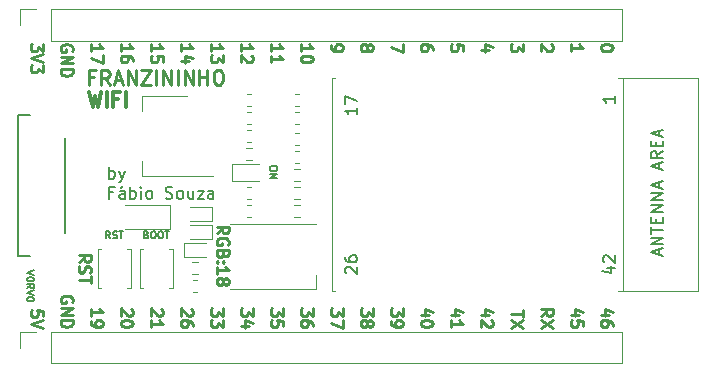
<source format=gto>
G04 #@! TF.GenerationSoftware,KiCad,Pcbnew,5.1.8-db9833491~87~ubuntu18.04.1*
G04 #@! TF.CreationDate,2020-11-18T16:13:40-03:00*
G04 #@! TF.ProjectId,Franzininho WIFI,4672616e-7a69-46e6-996e-686f20574946,rev?*
G04 #@! TF.SameCoordinates,Original*
G04 #@! TF.FileFunction,Legend,Top*
G04 #@! TF.FilePolarity,Positive*
%FSLAX46Y46*%
G04 Gerber Fmt 4.6, Leading zero omitted, Abs format (unit mm)*
G04 Created by KiCad (PCBNEW 5.1.8-db9833491~87~ubuntu18.04.1) date 2020-11-18 16:13:40*
%MOMM*%
%LPD*%
G01*
G04 APERTURE LIST*
%ADD10C,0.150000*%
%ADD11C,0.250000*%
%ADD12C,0.200000*%
%ADD13C,0.300000*%
%ADD14C,0.120000*%
%ADD15C,0.203200*%
G04 APERTURE END LIST*
D10*
X124280571Y-112209428D02*
X123680571Y-112409428D01*
X124280571Y-112609428D01*
X124280571Y-112923714D02*
X124280571Y-112980857D01*
X124252000Y-113038000D01*
X124223428Y-113066571D01*
X124166285Y-113095142D01*
X124052000Y-113123714D01*
X123909142Y-113123714D01*
X123794857Y-113095142D01*
X123737714Y-113066571D01*
X123709142Y-113038000D01*
X123680571Y-112980857D01*
X123680571Y-112923714D01*
X123709142Y-112866571D01*
X123737714Y-112838000D01*
X123794857Y-112809428D01*
X123909142Y-112780857D01*
X124052000Y-112780857D01*
X124166285Y-112809428D01*
X124223428Y-112838000D01*
X124252000Y-112866571D01*
X124280571Y-112923714D01*
X123680571Y-113723714D02*
X123966285Y-113523714D01*
X123680571Y-113380857D02*
X124280571Y-113380857D01*
X124280571Y-113609428D01*
X124252000Y-113666571D01*
X124223428Y-113695142D01*
X124166285Y-113723714D01*
X124080571Y-113723714D01*
X124023428Y-113695142D01*
X123994857Y-113666571D01*
X123966285Y-113609428D01*
X123966285Y-113380857D01*
X124280571Y-113895142D02*
X123680571Y-114095142D01*
X124280571Y-114295142D01*
X124280571Y-114609428D02*
X124280571Y-114666571D01*
X124252000Y-114723714D01*
X124223428Y-114752285D01*
X124166285Y-114780857D01*
X124052000Y-114809428D01*
X123909142Y-114809428D01*
X123794857Y-114780857D01*
X123737714Y-114752285D01*
X123709142Y-114723714D01*
X123680571Y-114666571D01*
X123680571Y-114609428D01*
X123709142Y-114552285D01*
X123737714Y-114523714D01*
X123794857Y-114495142D01*
X123909142Y-114466571D01*
X124052000Y-114466571D01*
X124166285Y-114495142D01*
X124223428Y-114523714D01*
X124252000Y-114552285D01*
X124280571Y-114609428D01*
X144854571Y-103514571D02*
X144854571Y-103628857D01*
X144826000Y-103686000D01*
X144768857Y-103743142D01*
X144654571Y-103771714D01*
X144454571Y-103771714D01*
X144340285Y-103743142D01*
X144283142Y-103686000D01*
X144254571Y-103628857D01*
X144254571Y-103514571D01*
X144283142Y-103457428D01*
X144340285Y-103400285D01*
X144454571Y-103371714D01*
X144654571Y-103371714D01*
X144768857Y-103400285D01*
X144826000Y-103457428D01*
X144854571Y-103514571D01*
X144254571Y-104028857D02*
X144854571Y-104028857D01*
X144254571Y-104371714D01*
X144854571Y-104371714D01*
X130735428Y-109491428D02*
X130535428Y-109205714D01*
X130392571Y-109491428D02*
X130392571Y-108891428D01*
X130621142Y-108891428D01*
X130678285Y-108920000D01*
X130706857Y-108948571D01*
X130735428Y-109005714D01*
X130735428Y-109091428D01*
X130706857Y-109148571D01*
X130678285Y-109177142D01*
X130621142Y-109205714D01*
X130392571Y-109205714D01*
X130964000Y-109462857D02*
X131049714Y-109491428D01*
X131192571Y-109491428D01*
X131249714Y-109462857D01*
X131278285Y-109434285D01*
X131306857Y-109377142D01*
X131306857Y-109320000D01*
X131278285Y-109262857D01*
X131249714Y-109234285D01*
X131192571Y-109205714D01*
X131078285Y-109177142D01*
X131021142Y-109148571D01*
X130992571Y-109120000D01*
X130964000Y-109062857D01*
X130964000Y-109005714D01*
X130992571Y-108948571D01*
X131021142Y-108920000D01*
X131078285Y-108891428D01*
X131221142Y-108891428D01*
X131306857Y-108920000D01*
X131478285Y-108891428D02*
X131821142Y-108891428D01*
X131649714Y-109491428D02*
X131649714Y-108891428D01*
X133805714Y-109177142D02*
X133891428Y-109205714D01*
X133920000Y-109234285D01*
X133948571Y-109291428D01*
X133948571Y-109377142D01*
X133920000Y-109434285D01*
X133891428Y-109462857D01*
X133834285Y-109491428D01*
X133605714Y-109491428D01*
X133605714Y-108891428D01*
X133805714Y-108891428D01*
X133862857Y-108920000D01*
X133891428Y-108948571D01*
X133920000Y-109005714D01*
X133920000Y-109062857D01*
X133891428Y-109120000D01*
X133862857Y-109148571D01*
X133805714Y-109177142D01*
X133605714Y-109177142D01*
X134320000Y-108891428D02*
X134434285Y-108891428D01*
X134491428Y-108920000D01*
X134548571Y-108977142D01*
X134577142Y-109091428D01*
X134577142Y-109291428D01*
X134548571Y-109405714D01*
X134491428Y-109462857D01*
X134434285Y-109491428D01*
X134320000Y-109491428D01*
X134262857Y-109462857D01*
X134205714Y-109405714D01*
X134177142Y-109291428D01*
X134177142Y-109091428D01*
X134205714Y-108977142D01*
X134262857Y-108920000D01*
X134320000Y-108891428D01*
X134948571Y-108891428D02*
X135062857Y-108891428D01*
X135120000Y-108920000D01*
X135177142Y-108977142D01*
X135205714Y-109091428D01*
X135205714Y-109291428D01*
X135177142Y-109405714D01*
X135120000Y-109462857D01*
X135062857Y-109491428D01*
X134948571Y-109491428D01*
X134891428Y-109462857D01*
X134834285Y-109405714D01*
X134805714Y-109291428D01*
X134805714Y-109091428D01*
X134834285Y-108977142D01*
X134891428Y-108920000D01*
X134948571Y-108891428D01*
X135377142Y-108891428D02*
X135720000Y-108891428D01*
X135548571Y-109491428D02*
X135548571Y-108891428D01*
D11*
X128071619Y-111470738D02*
X128547809Y-111137404D01*
X128071619Y-110899309D02*
X129071619Y-110899309D01*
X129071619Y-111280261D01*
X129024000Y-111375500D01*
X128976380Y-111423119D01*
X128881142Y-111470738D01*
X128738285Y-111470738D01*
X128643047Y-111423119D01*
X128595428Y-111375500D01*
X128547809Y-111280261D01*
X128547809Y-110899309D01*
X128119238Y-111851690D02*
X128071619Y-111994547D01*
X128071619Y-112232642D01*
X128119238Y-112327880D01*
X128166857Y-112375500D01*
X128262095Y-112423119D01*
X128357333Y-112423119D01*
X128452571Y-112375500D01*
X128500190Y-112327880D01*
X128547809Y-112232642D01*
X128595428Y-112042166D01*
X128643047Y-111946928D01*
X128690666Y-111899309D01*
X128785904Y-111851690D01*
X128881142Y-111851690D01*
X128976380Y-111899309D01*
X129024000Y-111946928D01*
X129071619Y-112042166D01*
X129071619Y-112280261D01*
X129024000Y-112423119D01*
X129071619Y-112708833D02*
X129071619Y-113280261D01*
X128071619Y-112994547D02*
X129071619Y-112994547D01*
X139755619Y-109058071D02*
X140231809Y-108724738D01*
X139755619Y-108486642D02*
X140755619Y-108486642D01*
X140755619Y-108867595D01*
X140708000Y-108962833D01*
X140660380Y-109010452D01*
X140565142Y-109058071D01*
X140422285Y-109058071D01*
X140327047Y-109010452D01*
X140279428Y-108962833D01*
X140231809Y-108867595D01*
X140231809Y-108486642D01*
X140708000Y-110010452D02*
X140755619Y-109915214D01*
X140755619Y-109772357D01*
X140708000Y-109629500D01*
X140612761Y-109534261D01*
X140517523Y-109486642D01*
X140327047Y-109439023D01*
X140184190Y-109439023D01*
X139993714Y-109486642D01*
X139898476Y-109534261D01*
X139803238Y-109629500D01*
X139755619Y-109772357D01*
X139755619Y-109867595D01*
X139803238Y-110010452D01*
X139850857Y-110058071D01*
X140184190Y-110058071D01*
X140184190Y-109867595D01*
X140279428Y-110819976D02*
X140231809Y-110962833D01*
X140184190Y-111010452D01*
X140088952Y-111058071D01*
X139946095Y-111058071D01*
X139850857Y-111010452D01*
X139803238Y-110962833D01*
X139755619Y-110867595D01*
X139755619Y-110486642D01*
X140755619Y-110486642D01*
X140755619Y-110819976D01*
X140708000Y-110915214D01*
X140660380Y-110962833D01*
X140565142Y-111010452D01*
X140469904Y-111010452D01*
X140374666Y-110962833D01*
X140327047Y-110915214D01*
X140279428Y-110819976D01*
X140279428Y-110486642D01*
X139850857Y-111486642D02*
X139803238Y-111534261D01*
X139755619Y-111486642D01*
X139803238Y-111439023D01*
X139850857Y-111486642D01*
X139755619Y-111486642D01*
X140374666Y-111486642D02*
X140327047Y-111534261D01*
X140279428Y-111486642D01*
X140327047Y-111439023D01*
X140374666Y-111486642D01*
X140279428Y-111486642D01*
X139755619Y-112486642D02*
X139755619Y-111915214D01*
X139755619Y-112200928D02*
X140755619Y-112200928D01*
X140612761Y-112105690D01*
X140517523Y-112010452D01*
X140469904Y-111915214D01*
X140327047Y-113058071D02*
X140374666Y-112962833D01*
X140422285Y-112915214D01*
X140517523Y-112867595D01*
X140565142Y-112867595D01*
X140660380Y-112915214D01*
X140708000Y-112962833D01*
X140755619Y-113058071D01*
X140755619Y-113248547D01*
X140708000Y-113343785D01*
X140660380Y-113391404D01*
X140565142Y-113439023D01*
X140517523Y-113439023D01*
X140422285Y-113391404D01*
X140374666Y-113343785D01*
X140327047Y-113248547D01*
X140327047Y-113058071D01*
X140279428Y-112962833D01*
X140231809Y-112915214D01*
X140136571Y-112867595D01*
X139946095Y-112867595D01*
X139850857Y-112915214D01*
X139803238Y-112962833D01*
X139755619Y-113058071D01*
X139755619Y-113248547D01*
X139803238Y-113343785D01*
X139850857Y-113391404D01*
X139946095Y-113439023D01*
X140136571Y-113439023D01*
X140231809Y-113391404D01*
X140279428Y-113343785D01*
X140327047Y-113248547D01*
X125007619Y-116090261D02*
X125007619Y-115614071D01*
X124531428Y-115566452D01*
X124579047Y-115614071D01*
X124626666Y-115709309D01*
X124626666Y-115947404D01*
X124579047Y-116042642D01*
X124531428Y-116090261D01*
X124436190Y-116137880D01*
X124198095Y-116137880D01*
X124102857Y-116090261D01*
X124055238Y-116042642D01*
X124007619Y-115947404D01*
X124007619Y-115709309D01*
X124055238Y-115614071D01*
X124102857Y-115566452D01*
X125007619Y-116423595D02*
X124007619Y-116756928D01*
X125007619Y-117090261D01*
X127500000Y-114899785D02*
X127547619Y-114804547D01*
X127547619Y-114661690D01*
X127500000Y-114518833D01*
X127404761Y-114423595D01*
X127309523Y-114375976D01*
X127119047Y-114328357D01*
X126976190Y-114328357D01*
X126785714Y-114375976D01*
X126690476Y-114423595D01*
X126595238Y-114518833D01*
X126547619Y-114661690D01*
X126547619Y-114756928D01*
X126595238Y-114899785D01*
X126642857Y-114947404D01*
X126976190Y-114947404D01*
X126976190Y-114756928D01*
X126547619Y-115375976D02*
X127547619Y-115375976D01*
X126547619Y-115947404D01*
X127547619Y-115947404D01*
X126547619Y-116423595D02*
X127547619Y-116423595D01*
X127547619Y-116661690D01*
X127500000Y-116804547D01*
X127404761Y-116899785D01*
X127309523Y-116947404D01*
X127119047Y-116995023D01*
X126976190Y-116995023D01*
X126785714Y-116947404D01*
X126690476Y-116899785D01*
X126595238Y-116804547D01*
X126547619Y-116661690D01*
X126547619Y-116423595D01*
X132532380Y-115471214D02*
X132580000Y-115518833D01*
X132627619Y-115614071D01*
X132627619Y-115852166D01*
X132580000Y-115947404D01*
X132532380Y-115995023D01*
X132437142Y-116042642D01*
X132341904Y-116042642D01*
X132199047Y-115995023D01*
X131627619Y-115423595D01*
X131627619Y-116042642D01*
X132627619Y-116661690D02*
X132627619Y-116756928D01*
X132580000Y-116852166D01*
X132532380Y-116899785D01*
X132437142Y-116947404D01*
X132246666Y-116995023D01*
X132008571Y-116995023D01*
X131818095Y-116947404D01*
X131722857Y-116899785D01*
X131675238Y-116852166D01*
X131627619Y-116756928D01*
X131627619Y-116661690D01*
X131675238Y-116566452D01*
X131722857Y-116518833D01*
X131818095Y-116471214D01*
X132008571Y-116423595D01*
X132246666Y-116423595D01*
X132437142Y-116471214D01*
X132532380Y-116518833D01*
X132580000Y-116566452D01*
X132627619Y-116661690D01*
X129087619Y-116042642D02*
X129087619Y-115471214D01*
X129087619Y-115756928D02*
X130087619Y-115756928D01*
X129944761Y-115661690D01*
X129849523Y-115566452D01*
X129801904Y-115471214D01*
X129087619Y-116518833D02*
X129087619Y-116709309D01*
X129135238Y-116804547D01*
X129182857Y-116852166D01*
X129325714Y-116947404D01*
X129516190Y-116995023D01*
X129897142Y-116995023D01*
X129992380Y-116947404D01*
X130040000Y-116899785D01*
X130087619Y-116804547D01*
X130087619Y-116614071D01*
X130040000Y-116518833D01*
X129992380Y-116471214D01*
X129897142Y-116423595D01*
X129659047Y-116423595D01*
X129563809Y-116471214D01*
X129516190Y-116518833D01*
X129468571Y-116614071D01*
X129468571Y-116804547D01*
X129516190Y-116899785D01*
X129563809Y-116947404D01*
X129659047Y-116995023D01*
X135072380Y-115471214D02*
X135120000Y-115518833D01*
X135167619Y-115614071D01*
X135167619Y-115852166D01*
X135120000Y-115947404D01*
X135072380Y-115995023D01*
X134977142Y-116042642D01*
X134881904Y-116042642D01*
X134739047Y-115995023D01*
X134167619Y-115423595D01*
X134167619Y-116042642D01*
X134167619Y-116995023D02*
X134167619Y-116423595D01*
X134167619Y-116709309D02*
X135167619Y-116709309D01*
X135024761Y-116614071D01*
X134929523Y-116518833D01*
X134881904Y-116423595D01*
X137612380Y-115471214D02*
X137660000Y-115518833D01*
X137707619Y-115614071D01*
X137707619Y-115852166D01*
X137660000Y-115947404D01*
X137612380Y-115995023D01*
X137517142Y-116042642D01*
X137421904Y-116042642D01*
X137279047Y-115995023D01*
X136707619Y-115423595D01*
X136707619Y-116042642D01*
X137707619Y-116899785D02*
X137707619Y-116709309D01*
X137660000Y-116614071D01*
X137612380Y-116566452D01*
X137469523Y-116471214D01*
X137279047Y-116423595D01*
X136898095Y-116423595D01*
X136802857Y-116471214D01*
X136755238Y-116518833D01*
X136707619Y-116614071D01*
X136707619Y-116804547D01*
X136755238Y-116899785D01*
X136802857Y-116947404D01*
X136898095Y-116995023D01*
X137136190Y-116995023D01*
X137231428Y-116947404D01*
X137279047Y-116899785D01*
X137326666Y-116804547D01*
X137326666Y-116614071D01*
X137279047Y-116518833D01*
X137231428Y-116471214D01*
X137136190Y-116423595D01*
X140247619Y-115423595D02*
X140247619Y-116042642D01*
X139866666Y-115709309D01*
X139866666Y-115852166D01*
X139819047Y-115947404D01*
X139771428Y-115995023D01*
X139676190Y-116042642D01*
X139438095Y-116042642D01*
X139342857Y-115995023D01*
X139295238Y-115947404D01*
X139247619Y-115852166D01*
X139247619Y-115566452D01*
X139295238Y-115471214D01*
X139342857Y-115423595D01*
X140247619Y-116375976D02*
X140247619Y-116995023D01*
X139866666Y-116661690D01*
X139866666Y-116804547D01*
X139819047Y-116899785D01*
X139771428Y-116947404D01*
X139676190Y-116995023D01*
X139438095Y-116995023D01*
X139342857Y-116947404D01*
X139295238Y-116899785D01*
X139247619Y-116804547D01*
X139247619Y-116518833D01*
X139295238Y-116423595D01*
X139342857Y-116375976D01*
X142787619Y-115423595D02*
X142787619Y-116042642D01*
X142406666Y-115709309D01*
X142406666Y-115852166D01*
X142359047Y-115947404D01*
X142311428Y-115995023D01*
X142216190Y-116042642D01*
X141978095Y-116042642D01*
X141882857Y-115995023D01*
X141835238Y-115947404D01*
X141787619Y-115852166D01*
X141787619Y-115566452D01*
X141835238Y-115471214D01*
X141882857Y-115423595D01*
X142454285Y-116899785D02*
X141787619Y-116899785D01*
X142835238Y-116661690D02*
X142120952Y-116423595D01*
X142120952Y-117042642D01*
X145327619Y-115423595D02*
X145327619Y-116042642D01*
X144946666Y-115709309D01*
X144946666Y-115852166D01*
X144899047Y-115947404D01*
X144851428Y-115995023D01*
X144756190Y-116042642D01*
X144518095Y-116042642D01*
X144422857Y-115995023D01*
X144375238Y-115947404D01*
X144327619Y-115852166D01*
X144327619Y-115566452D01*
X144375238Y-115471214D01*
X144422857Y-115423595D01*
X145327619Y-116947404D02*
X145327619Y-116471214D01*
X144851428Y-116423595D01*
X144899047Y-116471214D01*
X144946666Y-116566452D01*
X144946666Y-116804547D01*
X144899047Y-116899785D01*
X144851428Y-116947404D01*
X144756190Y-116995023D01*
X144518095Y-116995023D01*
X144422857Y-116947404D01*
X144375238Y-116899785D01*
X144327619Y-116804547D01*
X144327619Y-116566452D01*
X144375238Y-116471214D01*
X144422857Y-116423595D01*
X147867619Y-115423595D02*
X147867619Y-116042642D01*
X147486666Y-115709309D01*
X147486666Y-115852166D01*
X147439047Y-115947404D01*
X147391428Y-115995023D01*
X147296190Y-116042642D01*
X147058095Y-116042642D01*
X146962857Y-115995023D01*
X146915238Y-115947404D01*
X146867619Y-115852166D01*
X146867619Y-115566452D01*
X146915238Y-115471214D01*
X146962857Y-115423595D01*
X147867619Y-116899785D02*
X147867619Y-116709309D01*
X147820000Y-116614071D01*
X147772380Y-116566452D01*
X147629523Y-116471214D01*
X147439047Y-116423595D01*
X147058095Y-116423595D01*
X146962857Y-116471214D01*
X146915238Y-116518833D01*
X146867619Y-116614071D01*
X146867619Y-116804547D01*
X146915238Y-116899785D01*
X146962857Y-116947404D01*
X147058095Y-116995023D01*
X147296190Y-116995023D01*
X147391428Y-116947404D01*
X147439047Y-116899785D01*
X147486666Y-116804547D01*
X147486666Y-116614071D01*
X147439047Y-116518833D01*
X147391428Y-116471214D01*
X147296190Y-116423595D01*
X150407619Y-115423595D02*
X150407619Y-116042642D01*
X150026666Y-115709309D01*
X150026666Y-115852166D01*
X149979047Y-115947404D01*
X149931428Y-115995023D01*
X149836190Y-116042642D01*
X149598095Y-116042642D01*
X149502857Y-115995023D01*
X149455238Y-115947404D01*
X149407619Y-115852166D01*
X149407619Y-115566452D01*
X149455238Y-115471214D01*
X149502857Y-115423595D01*
X150407619Y-116375976D02*
X150407619Y-117042642D01*
X149407619Y-116614071D01*
X152947619Y-115423595D02*
X152947619Y-116042642D01*
X152566666Y-115709309D01*
X152566666Y-115852166D01*
X152519047Y-115947404D01*
X152471428Y-115995023D01*
X152376190Y-116042642D01*
X152138095Y-116042642D01*
X152042857Y-115995023D01*
X151995238Y-115947404D01*
X151947619Y-115852166D01*
X151947619Y-115566452D01*
X151995238Y-115471214D01*
X152042857Y-115423595D01*
X152519047Y-116614071D02*
X152566666Y-116518833D01*
X152614285Y-116471214D01*
X152709523Y-116423595D01*
X152757142Y-116423595D01*
X152852380Y-116471214D01*
X152900000Y-116518833D01*
X152947619Y-116614071D01*
X152947619Y-116804547D01*
X152900000Y-116899785D01*
X152852380Y-116947404D01*
X152757142Y-116995023D01*
X152709523Y-116995023D01*
X152614285Y-116947404D01*
X152566666Y-116899785D01*
X152519047Y-116804547D01*
X152519047Y-116614071D01*
X152471428Y-116518833D01*
X152423809Y-116471214D01*
X152328571Y-116423595D01*
X152138095Y-116423595D01*
X152042857Y-116471214D01*
X151995238Y-116518833D01*
X151947619Y-116614071D01*
X151947619Y-116804547D01*
X151995238Y-116899785D01*
X152042857Y-116947404D01*
X152138095Y-116995023D01*
X152328571Y-116995023D01*
X152423809Y-116947404D01*
X152471428Y-116899785D01*
X152519047Y-116804547D01*
X155487619Y-115423595D02*
X155487619Y-116042642D01*
X155106666Y-115709309D01*
X155106666Y-115852166D01*
X155059047Y-115947404D01*
X155011428Y-115995023D01*
X154916190Y-116042642D01*
X154678095Y-116042642D01*
X154582857Y-115995023D01*
X154535238Y-115947404D01*
X154487619Y-115852166D01*
X154487619Y-115566452D01*
X154535238Y-115471214D01*
X154582857Y-115423595D01*
X154487619Y-116518833D02*
X154487619Y-116709309D01*
X154535238Y-116804547D01*
X154582857Y-116852166D01*
X154725714Y-116947404D01*
X154916190Y-116995023D01*
X155297142Y-116995023D01*
X155392380Y-116947404D01*
X155440000Y-116899785D01*
X155487619Y-116804547D01*
X155487619Y-116614071D01*
X155440000Y-116518833D01*
X155392380Y-116471214D01*
X155297142Y-116423595D01*
X155059047Y-116423595D01*
X154963809Y-116471214D01*
X154916190Y-116518833D01*
X154868571Y-116614071D01*
X154868571Y-116804547D01*
X154916190Y-116899785D01*
X154963809Y-116947404D01*
X155059047Y-116995023D01*
X157694285Y-115947404D02*
X157027619Y-115947404D01*
X158075238Y-115709309D02*
X157360952Y-115471214D01*
X157360952Y-116090261D01*
X158027619Y-116661690D02*
X158027619Y-116756928D01*
X157980000Y-116852166D01*
X157932380Y-116899785D01*
X157837142Y-116947404D01*
X157646666Y-116995023D01*
X157408571Y-116995023D01*
X157218095Y-116947404D01*
X157122857Y-116899785D01*
X157075238Y-116852166D01*
X157027619Y-116756928D01*
X157027619Y-116661690D01*
X157075238Y-116566452D01*
X157122857Y-116518833D01*
X157218095Y-116471214D01*
X157408571Y-116423595D01*
X157646666Y-116423595D01*
X157837142Y-116471214D01*
X157932380Y-116518833D01*
X157980000Y-116566452D01*
X158027619Y-116661690D01*
X160234285Y-115947404D02*
X159567619Y-115947404D01*
X160615238Y-115709309D02*
X159900952Y-115471214D01*
X159900952Y-116090261D01*
X159567619Y-116995023D02*
X159567619Y-116423595D01*
X159567619Y-116709309D02*
X160567619Y-116709309D01*
X160424761Y-116614071D01*
X160329523Y-116518833D01*
X160281904Y-116423595D01*
X162774285Y-115947404D02*
X162107619Y-115947404D01*
X163155238Y-115709309D02*
X162440952Y-115471214D01*
X162440952Y-116090261D01*
X163012380Y-116423595D02*
X163060000Y-116471214D01*
X163107619Y-116566452D01*
X163107619Y-116804547D01*
X163060000Y-116899785D01*
X163012380Y-116947404D01*
X162917142Y-116995023D01*
X162821904Y-116995023D01*
X162679047Y-116947404D01*
X162107619Y-116375976D01*
X162107619Y-116995023D01*
X165647619Y-115566452D02*
X165647619Y-116137880D01*
X164647619Y-115852166D02*
X165647619Y-115852166D01*
X165647619Y-116375976D02*
X164647619Y-117042642D01*
X165647619Y-117042642D02*
X164647619Y-116375976D01*
X167187619Y-116042642D02*
X167663809Y-115709309D01*
X167187619Y-115471214D02*
X168187619Y-115471214D01*
X168187619Y-115852166D01*
X168140000Y-115947404D01*
X168092380Y-115995023D01*
X167997142Y-116042642D01*
X167854285Y-116042642D01*
X167759047Y-115995023D01*
X167711428Y-115947404D01*
X167663809Y-115852166D01*
X167663809Y-115471214D01*
X168187619Y-116375976D02*
X167187619Y-117042642D01*
X168187619Y-117042642D02*
X167187619Y-116375976D01*
X170394285Y-115947404D02*
X169727619Y-115947404D01*
X170775238Y-115709309D02*
X170060952Y-115471214D01*
X170060952Y-116090261D01*
X170727619Y-116947404D02*
X170727619Y-116471214D01*
X170251428Y-116423595D01*
X170299047Y-116471214D01*
X170346666Y-116566452D01*
X170346666Y-116804547D01*
X170299047Y-116899785D01*
X170251428Y-116947404D01*
X170156190Y-116995023D01*
X169918095Y-116995023D01*
X169822857Y-116947404D01*
X169775238Y-116899785D01*
X169727619Y-116804547D01*
X169727619Y-116566452D01*
X169775238Y-116471214D01*
X169822857Y-116423595D01*
X172934285Y-115947404D02*
X172267619Y-115947404D01*
X173315238Y-115709309D02*
X172600952Y-115471214D01*
X172600952Y-116090261D01*
X173267619Y-116899785D02*
X173267619Y-116709309D01*
X173220000Y-116614071D01*
X173172380Y-116566452D01*
X173029523Y-116471214D01*
X172839047Y-116423595D01*
X172458095Y-116423595D01*
X172362857Y-116471214D01*
X172315238Y-116518833D01*
X172267619Y-116614071D01*
X172267619Y-116804547D01*
X172315238Y-116899785D01*
X172362857Y-116947404D01*
X172458095Y-116995023D01*
X172696190Y-116995023D01*
X172791428Y-116947404D01*
X172839047Y-116899785D01*
X172886666Y-116804547D01*
X172886666Y-116614071D01*
X172839047Y-116518833D01*
X172791428Y-116471214D01*
X172696190Y-116423595D01*
X125007619Y-93015357D02*
X125007619Y-93634404D01*
X124626666Y-93301071D01*
X124626666Y-93443928D01*
X124579047Y-93539166D01*
X124531428Y-93586785D01*
X124436190Y-93634404D01*
X124198095Y-93634404D01*
X124102857Y-93586785D01*
X124055238Y-93539166D01*
X124007619Y-93443928D01*
X124007619Y-93158214D01*
X124055238Y-93062976D01*
X124102857Y-93015357D01*
X125007619Y-93920119D02*
X124007619Y-94253452D01*
X125007619Y-94586785D01*
X125007619Y-94824880D02*
X125007619Y-95443928D01*
X124626666Y-95110595D01*
X124626666Y-95253452D01*
X124579047Y-95348690D01*
X124531428Y-95396309D01*
X124436190Y-95443928D01*
X124198095Y-95443928D01*
X124102857Y-95396309D01*
X124055238Y-95348690D01*
X124007619Y-95253452D01*
X124007619Y-94967738D01*
X124055238Y-94872500D01*
X124102857Y-94824880D01*
X127500000Y-93634404D02*
X127547619Y-93539166D01*
X127547619Y-93396309D01*
X127500000Y-93253452D01*
X127404761Y-93158214D01*
X127309523Y-93110595D01*
X127119047Y-93062976D01*
X126976190Y-93062976D01*
X126785714Y-93110595D01*
X126690476Y-93158214D01*
X126595238Y-93253452D01*
X126547619Y-93396309D01*
X126547619Y-93491547D01*
X126595238Y-93634404D01*
X126642857Y-93682023D01*
X126976190Y-93682023D01*
X126976190Y-93491547D01*
X126547619Y-94110595D02*
X127547619Y-94110595D01*
X126547619Y-94682023D01*
X127547619Y-94682023D01*
X126547619Y-95158214D02*
X127547619Y-95158214D01*
X127547619Y-95396309D01*
X127500000Y-95539166D01*
X127404761Y-95634404D01*
X127309523Y-95682023D01*
X127119047Y-95729642D01*
X126976190Y-95729642D01*
X126785714Y-95682023D01*
X126690476Y-95634404D01*
X126595238Y-95539166D01*
X126547619Y-95396309D01*
X126547619Y-95158214D01*
X129087619Y-93634404D02*
X129087619Y-93062976D01*
X129087619Y-93348690D02*
X130087619Y-93348690D01*
X129944761Y-93253452D01*
X129849523Y-93158214D01*
X129801904Y-93062976D01*
X130087619Y-93967738D02*
X130087619Y-94634404D01*
X129087619Y-94205833D01*
X131627619Y-93634404D02*
X131627619Y-93062976D01*
X131627619Y-93348690D02*
X132627619Y-93348690D01*
X132484761Y-93253452D01*
X132389523Y-93158214D01*
X132341904Y-93062976D01*
X132627619Y-94491547D02*
X132627619Y-94301071D01*
X132580000Y-94205833D01*
X132532380Y-94158214D01*
X132389523Y-94062976D01*
X132199047Y-94015357D01*
X131818095Y-94015357D01*
X131722857Y-94062976D01*
X131675238Y-94110595D01*
X131627619Y-94205833D01*
X131627619Y-94396309D01*
X131675238Y-94491547D01*
X131722857Y-94539166D01*
X131818095Y-94586785D01*
X132056190Y-94586785D01*
X132151428Y-94539166D01*
X132199047Y-94491547D01*
X132246666Y-94396309D01*
X132246666Y-94205833D01*
X132199047Y-94110595D01*
X132151428Y-94062976D01*
X132056190Y-94015357D01*
X134167619Y-93634404D02*
X134167619Y-93062976D01*
X134167619Y-93348690D02*
X135167619Y-93348690D01*
X135024761Y-93253452D01*
X134929523Y-93158214D01*
X134881904Y-93062976D01*
X135167619Y-94539166D02*
X135167619Y-94062976D01*
X134691428Y-94015357D01*
X134739047Y-94062976D01*
X134786666Y-94158214D01*
X134786666Y-94396309D01*
X134739047Y-94491547D01*
X134691428Y-94539166D01*
X134596190Y-94586785D01*
X134358095Y-94586785D01*
X134262857Y-94539166D01*
X134215238Y-94491547D01*
X134167619Y-94396309D01*
X134167619Y-94158214D01*
X134215238Y-94062976D01*
X134262857Y-94015357D01*
X136707619Y-93634404D02*
X136707619Y-93062976D01*
X136707619Y-93348690D02*
X137707619Y-93348690D01*
X137564761Y-93253452D01*
X137469523Y-93158214D01*
X137421904Y-93062976D01*
X137374285Y-94491547D02*
X136707619Y-94491547D01*
X137755238Y-94253452D02*
X137040952Y-94015357D01*
X137040952Y-94634404D01*
X139247619Y-93634404D02*
X139247619Y-93062976D01*
X139247619Y-93348690D02*
X140247619Y-93348690D01*
X140104761Y-93253452D01*
X140009523Y-93158214D01*
X139961904Y-93062976D01*
X140247619Y-93967738D02*
X140247619Y-94586785D01*
X139866666Y-94253452D01*
X139866666Y-94396309D01*
X139819047Y-94491547D01*
X139771428Y-94539166D01*
X139676190Y-94586785D01*
X139438095Y-94586785D01*
X139342857Y-94539166D01*
X139295238Y-94491547D01*
X139247619Y-94396309D01*
X139247619Y-94110595D01*
X139295238Y-94015357D01*
X139342857Y-93967738D01*
X141787619Y-93634404D02*
X141787619Y-93062976D01*
X141787619Y-93348690D02*
X142787619Y-93348690D01*
X142644761Y-93253452D01*
X142549523Y-93158214D01*
X142501904Y-93062976D01*
X142692380Y-94015357D02*
X142740000Y-94062976D01*
X142787619Y-94158214D01*
X142787619Y-94396309D01*
X142740000Y-94491547D01*
X142692380Y-94539166D01*
X142597142Y-94586785D01*
X142501904Y-94586785D01*
X142359047Y-94539166D01*
X141787619Y-93967738D01*
X141787619Y-94586785D01*
X144327619Y-93634404D02*
X144327619Y-93062976D01*
X144327619Y-93348690D02*
X145327619Y-93348690D01*
X145184761Y-93253452D01*
X145089523Y-93158214D01*
X145041904Y-93062976D01*
X144327619Y-94586785D02*
X144327619Y-94015357D01*
X144327619Y-94301071D02*
X145327619Y-94301071D01*
X145184761Y-94205833D01*
X145089523Y-94110595D01*
X145041904Y-94015357D01*
X146867619Y-93634404D02*
X146867619Y-93062976D01*
X146867619Y-93348690D02*
X147867619Y-93348690D01*
X147724761Y-93253452D01*
X147629523Y-93158214D01*
X147581904Y-93062976D01*
X147867619Y-94253452D02*
X147867619Y-94348690D01*
X147820000Y-94443928D01*
X147772380Y-94491547D01*
X147677142Y-94539166D01*
X147486666Y-94586785D01*
X147248571Y-94586785D01*
X147058095Y-94539166D01*
X146962857Y-94491547D01*
X146915238Y-94443928D01*
X146867619Y-94348690D01*
X146867619Y-94253452D01*
X146915238Y-94158214D01*
X146962857Y-94110595D01*
X147058095Y-94062976D01*
X147248571Y-94015357D01*
X147486666Y-94015357D01*
X147677142Y-94062976D01*
X147772380Y-94110595D01*
X147820000Y-94158214D01*
X147867619Y-94253452D01*
X149407619Y-93158214D02*
X149407619Y-93348690D01*
X149455238Y-93443928D01*
X149502857Y-93491547D01*
X149645714Y-93586785D01*
X149836190Y-93634404D01*
X150217142Y-93634404D01*
X150312380Y-93586785D01*
X150360000Y-93539166D01*
X150407619Y-93443928D01*
X150407619Y-93253452D01*
X150360000Y-93158214D01*
X150312380Y-93110595D01*
X150217142Y-93062976D01*
X149979047Y-93062976D01*
X149883809Y-93110595D01*
X149836190Y-93158214D01*
X149788571Y-93253452D01*
X149788571Y-93443928D01*
X149836190Y-93539166D01*
X149883809Y-93586785D01*
X149979047Y-93634404D01*
X152519047Y-93253452D02*
X152566666Y-93158214D01*
X152614285Y-93110595D01*
X152709523Y-93062976D01*
X152757142Y-93062976D01*
X152852380Y-93110595D01*
X152900000Y-93158214D01*
X152947619Y-93253452D01*
X152947619Y-93443928D01*
X152900000Y-93539166D01*
X152852380Y-93586785D01*
X152757142Y-93634404D01*
X152709523Y-93634404D01*
X152614285Y-93586785D01*
X152566666Y-93539166D01*
X152519047Y-93443928D01*
X152519047Y-93253452D01*
X152471428Y-93158214D01*
X152423809Y-93110595D01*
X152328571Y-93062976D01*
X152138095Y-93062976D01*
X152042857Y-93110595D01*
X151995238Y-93158214D01*
X151947619Y-93253452D01*
X151947619Y-93443928D01*
X151995238Y-93539166D01*
X152042857Y-93586785D01*
X152138095Y-93634404D01*
X152328571Y-93634404D01*
X152423809Y-93586785D01*
X152471428Y-93539166D01*
X152519047Y-93443928D01*
X155487619Y-93015357D02*
X155487619Y-93682023D01*
X154487619Y-93253452D01*
X158027619Y-93539166D02*
X158027619Y-93348690D01*
X157980000Y-93253452D01*
X157932380Y-93205833D01*
X157789523Y-93110595D01*
X157599047Y-93062976D01*
X157218095Y-93062976D01*
X157122857Y-93110595D01*
X157075238Y-93158214D01*
X157027619Y-93253452D01*
X157027619Y-93443928D01*
X157075238Y-93539166D01*
X157122857Y-93586785D01*
X157218095Y-93634404D01*
X157456190Y-93634404D01*
X157551428Y-93586785D01*
X157599047Y-93539166D01*
X157646666Y-93443928D01*
X157646666Y-93253452D01*
X157599047Y-93158214D01*
X157551428Y-93110595D01*
X157456190Y-93062976D01*
X160567619Y-93586785D02*
X160567619Y-93110595D01*
X160091428Y-93062976D01*
X160139047Y-93110595D01*
X160186666Y-93205833D01*
X160186666Y-93443928D01*
X160139047Y-93539166D01*
X160091428Y-93586785D01*
X159996190Y-93634404D01*
X159758095Y-93634404D01*
X159662857Y-93586785D01*
X159615238Y-93539166D01*
X159567619Y-93443928D01*
X159567619Y-93205833D01*
X159615238Y-93110595D01*
X159662857Y-93062976D01*
X162774285Y-93539166D02*
X162107619Y-93539166D01*
X163155238Y-93301071D02*
X162440952Y-93062976D01*
X162440952Y-93682023D01*
X165647619Y-93015357D02*
X165647619Y-93634404D01*
X165266666Y-93301071D01*
X165266666Y-93443928D01*
X165219047Y-93539166D01*
X165171428Y-93586785D01*
X165076190Y-93634404D01*
X164838095Y-93634404D01*
X164742857Y-93586785D01*
X164695238Y-93539166D01*
X164647619Y-93443928D01*
X164647619Y-93158214D01*
X164695238Y-93062976D01*
X164742857Y-93015357D01*
X168092380Y-93062976D02*
X168140000Y-93110595D01*
X168187619Y-93205833D01*
X168187619Y-93443928D01*
X168140000Y-93539166D01*
X168092380Y-93586785D01*
X167997142Y-93634404D01*
X167901904Y-93634404D01*
X167759047Y-93586785D01*
X167187619Y-93015357D01*
X167187619Y-93634404D01*
X169727619Y-93634404D02*
X169727619Y-93062976D01*
X169727619Y-93348690D02*
X170727619Y-93348690D01*
X170584761Y-93253452D01*
X170489523Y-93158214D01*
X170441904Y-93062976D01*
X173267619Y-93301071D02*
X173267619Y-93396309D01*
X173220000Y-93491547D01*
X173172380Y-93539166D01*
X173077142Y-93586785D01*
X172886666Y-93634404D01*
X172648571Y-93634404D01*
X172458095Y-93586785D01*
X172362857Y-93539166D01*
X172315238Y-93491547D01*
X172267619Y-93396309D01*
X172267619Y-93301071D01*
X172315238Y-93205833D01*
X172362857Y-93158214D01*
X172458095Y-93110595D01*
X172648571Y-93062976D01*
X172886666Y-93062976D01*
X173077142Y-93110595D01*
X173172380Y-93158214D01*
X173220000Y-93205833D01*
X173267619Y-93301071D01*
D12*
X130670095Y-104424380D02*
X130670095Y-103424380D01*
X130670095Y-103805333D02*
X130765333Y-103757714D01*
X130955809Y-103757714D01*
X131051047Y-103805333D01*
X131098666Y-103852952D01*
X131146285Y-103948190D01*
X131146285Y-104233904D01*
X131098666Y-104329142D01*
X131051047Y-104376761D01*
X130955809Y-104424380D01*
X130765333Y-104424380D01*
X130670095Y-104376761D01*
X131479619Y-103757714D02*
X131717714Y-104424380D01*
X131955809Y-103757714D02*
X131717714Y-104424380D01*
X131622476Y-104662476D01*
X131574857Y-104710095D01*
X131479619Y-104757714D01*
X131003428Y-105600571D02*
X130670095Y-105600571D01*
X130670095Y-106124380D02*
X130670095Y-105124380D01*
X131146285Y-105124380D01*
X131955809Y-106124380D02*
X131955809Y-105600571D01*
X131908190Y-105505333D01*
X131812952Y-105457714D01*
X131622476Y-105457714D01*
X131527238Y-105505333D01*
X131955809Y-106076761D02*
X131860571Y-106124380D01*
X131622476Y-106124380D01*
X131527238Y-106076761D01*
X131479619Y-105981523D01*
X131479619Y-105886285D01*
X131527238Y-105791047D01*
X131622476Y-105743428D01*
X131860571Y-105743428D01*
X131955809Y-105695809D01*
X131812952Y-105076761D02*
X131670095Y-105219619D01*
X132432000Y-106124380D02*
X132432000Y-105124380D01*
X132432000Y-105505333D02*
X132527238Y-105457714D01*
X132717714Y-105457714D01*
X132812952Y-105505333D01*
X132860571Y-105552952D01*
X132908190Y-105648190D01*
X132908190Y-105933904D01*
X132860571Y-106029142D01*
X132812952Y-106076761D01*
X132717714Y-106124380D01*
X132527238Y-106124380D01*
X132432000Y-106076761D01*
X133336761Y-106124380D02*
X133336761Y-105457714D01*
X133336761Y-105124380D02*
X133289142Y-105172000D01*
X133336761Y-105219619D01*
X133384380Y-105172000D01*
X133336761Y-105124380D01*
X133336761Y-105219619D01*
X133955809Y-106124380D02*
X133860571Y-106076761D01*
X133812952Y-106029142D01*
X133765333Y-105933904D01*
X133765333Y-105648190D01*
X133812952Y-105552952D01*
X133860571Y-105505333D01*
X133955809Y-105457714D01*
X134098666Y-105457714D01*
X134193904Y-105505333D01*
X134241523Y-105552952D01*
X134289142Y-105648190D01*
X134289142Y-105933904D01*
X134241523Y-106029142D01*
X134193904Y-106076761D01*
X134098666Y-106124380D01*
X133955809Y-106124380D01*
X135432000Y-106076761D02*
X135574857Y-106124380D01*
X135812952Y-106124380D01*
X135908190Y-106076761D01*
X135955809Y-106029142D01*
X136003428Y-105933904D01*
X136003428Y-105838666D01*
X135955809Y-105743428D01*
X135908190Y-105695809D01*
X135812952Y-105648190D01*
X135622476Y-105600571D01*
X135527238Y-105552952D01*
X135479619Y-105505333D01*
X135432000Y-105410095D01*
X135432000Y-105314857D01*
X135479619Y-105219619D01*
X135527238Y-105172000D01*
X135622476Y-105124380D01*
X135860571Y-105124380D01*
X136003428Y-105172000D01*
X136574857Y-106124380D02*
X136479619Y-106076761D01*
X136432000Y-106029142D01*
X136384380Y-105933904D01*
X136384380Y-105648190D01*
X136432000Y-105552952D01*
X136479619Y-105505333D01*
X136574857Y-105457714D01*
X136717714Y-105457714D01*
X136812952Y-105505333D01*
X136860571Y-105552952D01*
X136908190Y-105648190D01*
X136908190Y-105933904D01*
X136860571Y-106029142D01*
X136812952Y-106076761D01*
X136717714Y-106124380D01*
X136574857Y-106124380D01*
X137765333Y-105457714D02*
X137765333Y-106124380D01*
X137336761Y-105457714D02*
X137336761Y-105981523D01*
X137384380Y-106076761D01*
X137479619Y-106124380D01*
X137622476Y-106124380D01*
X137717714Y-106076761D01*
X137765333Y-106029142D01*
X138146285Y-105457714D02*
X138670095Y-105457714D01*
X138146285Y-106124380D01*
X138670095Y-106124380D01*
X139479619Y-106124380D02*
X139479619Y-105600571D01*
X139432000Y-105505333D01*
X139336761Y-105457714D01*
X139146285Y-105457714D01*
X139051047Y-105505333D01*
X139479619Y-106076761D02*
X139384380Y-106124380D01*
X139146285Y-106124380D01*
X139051047Y-106076761D01*
X139003428Y-105981523D01*
X139003428Y-105886285D01*
X139051047Y-105791047D01*
X139146285Y-105743428D01*
X139384380Y-105743428D01*
X139479619Y-105695809D01*
D13*
X128956000Y-97132857D02*
X129241714Y-98332857D01*
X129470285Y-97475714D01*
X129698857Y-98332857D01*
X129984571Y-97132857D01*
X130441714Y-98332857D02*
X130441714Y-97132857D01*
X131413142Y-97704285D02*
X131013142Y-97704285D01*
X131013142Y-98332857D02*
X131013142Y-97132857D01*
X131584571Y-97132857D01*
X132041714Y-98332857D02*
X132041714Y-97132857D01*
D11*
X129372214Y-95834285D02*
X128972214Y-95834285D01*
X128972214Y-96462857D02*
X128972214Y-95262857D01*
X129543642Y-95262857D01*
X130686500Y-96462857D02*
X130286500Y-95891428D01*
X130000785Y-96462857D02*
X130000785Y-95262857D01*
X130457928Y-95262857D01*
X130572214Y-95320000D01*
X130629357Y-95377142D01*
X130686500Y-95491428D01*
X130686500Y-95662857D01*
X130629357Y-95777142D01*
X130572214Y-95834285D01*
X130457928Y-95891428D01*
X130000785Y-95891428D01*
X131143642Y-96120000D02*
X131715071Y-96120000D01*
X131029357Y-96462857D02*
X131429357Y-95262857D01*
X131829357Y-96462857D01*
X132229357Y-96462857D02*
X132229357Y-95262857D01*
X132915071Y-96462857D01*
X132915071Y-95262857D01*
X133372214Y-95262857D02*
X134172214Y-95262857D01*
X133372214Y-96462857D01*
X134172214Y-96462857D01*
X134629357Y-96462857D02*
X134629357Y-95262857D01*
X135200785Y-96462857D02*
X135200785Y-95262857D01*
X135886500Y-96462857D01*
X135886500Y-95262857D01*
X136457928Y-96462857D02*
X136457928Y-95262857D01*
X137029357Y-96462857D02*
X137029357Y-95262857D01*
X137715071Y-96462857D01*
X137715071Y-95262857D01*
X138286500Y-96462857D02*
X138286500Y-95262857D01*
X138286500Y-95834285D02*
X138972214Y-95834285D01*
X138972214Y-96462857D02*
X138972214Y-95262857D01*
X139772214Y-95262857D02*
X140000785Y-95262857D01*
X140115071Y-95320000D01*
X140229357Y-95434285D01*
X140286500Y-95662857D01*
X140286500Y-96062857D01*
X140229357Y-96291428D01*
X140115071Y-96405714D01*
X140000785Y-96462857D01*
X139772214Y-96462857D01*
X139657928Y-96405714D01*
X139543642Y-96291428D01*
X139486500Y-96062857D01*
X139486500Y-95662857D01*
X139543642Y-95434285D01*
X139657928Y-95320000D01*
X139772214Y-95262857D01*
D14*
X123130000Y-118745000D02*
X123130000Y-117415000D01*
X123130000Y-117415000D02*
X124460000Y-117415000D01*
X125730000Y-117415000D02*
X174050000Y-117415000D01*
X174050000Y-120075000D02*
X174050000Y-117415000D01*
X125730000Y-120075000D02*
X174050000Y-120075000D01*
X125730000Y-120075000D02*
X125730000Y-117415000D01*
X146417420Y-98804000D02*
X146698580Y-98804000D01*
X146417420Y-99824000D02*
X146698580Y-99824000D01*
X146320742Y-103617500D02*
X146795258Y-103617500D01*
X146320742Y-104662500D02*
X146795258Y-104662500D01*
X138159258Y-111491500D02*
X137684742Y-111491500D01*
X138159258Y-112536500D02*
X137684742Y-112536500D01*
X174190000Y-113950000D02*
X174170000Y-95950000D01*
X149750000Y-113950000D02*
X149500000Y-113950000D01*
X149750000Y-95950000D02*
X149500000Y-95950000D01*
X180500000Y-113950000D02*
X180500000Y-95950000D01*
X173750000Y-113950000D02*
X180500000Y-113950000D01*
X149500000Y-95950000D02*
X149500000Y-113950000D01*
X180500000Y-95950000D02*
X173750000Y-95950000D01*
X146417420Y-98300000D02*
X146698580Y-98300000D01*
X146417420Y-97280000D02*
X146698580Y-97280000D01*
X142353420Y-98300000D02*
X142634580Y-98300000D01*
X142353420Y-97280000D02*
X142634580Y-97280000D01*
X142634580Y-107698000D02*
X142353420Y-107698000D01*
X142634580Y-106678000D02*
X142353420Y-106678000D01*
X142634580Y-106174000D02*
X142353420Y-106174000D01*
X142634580Y-105154000D02*
X142353420Y-105154000D01*
X137781420Y-114048000D02*
X138062580Y-114048000D01*
X137781420Y-113028000D02*
X138062580Y-113028000D01*
X135804000Y-108696000D02*
X131954000Y-108696000D01*
X135804000Y-106696000D02*
X131954000Y-106696000D01*
X135804000Y-108696000D02*
X135804000Y-106696000D01*
D15*
X126952350Y-109018600D02*
X126952350Y-101018600D01*
X122952350Y-111018600D02*
X123952350Y-111018600D01*
X122952350Y-99018600D02*
X123952350Y-99018600D01*
X122952350Y-99018600D02*
X122952350Y-111018600D01*
D14*
X146320742Y-107710500D02*
X146795258Y-107710500D01*
X146320742Y-106665500D02*
X146795258Y-106665500D01*
X146795258Y-106186500D02*
X146320742Y-106186500D01*
X146795258Y-105141500D02*
X146320742Y-105141500D01*
X138876000Y-111090000D02*
X137026000Y-111090000D01*
X138876000Y-109890000D02*
X137026000Y-109890000D01*
X137026000Y-109890000D02*
X137026000Y-111090000D01*
X139326000Y-109566000D02*
X139326000Y-108366000D01*
X137476000Y-109566000D02*
X139326000Y-109566000D01*
X137476000Y-108366000D02*
X139326000Y-108366000D01*
X137476000Y-106842000D02*
X139326000Y-106842000D01*
X137476000Y-108042000D02*
X139326000Y-108042000D01*
X139326000Y-108042000D02*
X139326000Y-106842000D01*
X142353420Y-100328000D02*
X142634580Y-100328000D01*
X142353420Y-101348000D02*
X142634580Y-101348000D01*
X142340420Y-99824000D02*
X142621580Y-99824000D01*
X142340420Y-98804000D02*
X142621580Y-98804000D01*
X146417420Y-102106000D02*
X146698580Y-102106000D01*
X146417420Y-103126000D02*
X146698580Y-103126000D01*
X146404420Y-101602000D02*
X146685580Y-101602000D01*
X146404420Y-100582000D02*
X146685580Y-100582000D01*
X139482000Y-104234000D02*
X133472000Y-104234000D01*
X137232000Y-97414000D02*
X133472000Y-97414000D01*
X133472000Y-104234000D02*
X133472000Y-102974000D01*
X133472000Y-97414000D02*
X133472000Y-98674000D01*
X123130000Y-91440000D02*
X123130000Y-90110000D01*
X123130000Y-90110000D02*
X124460000Y-90110000D01*
X125730000Y-90110000D02*
X174050000Y-90110000D01*
X174050000Y-92770000D02*
X174050000Y-90110000D01*
X125730000Y-92770000D02*
X174050000Y-92770000D01*
X125730000Y-92770000D02*
X125730000Y-90110000D01*
X141009000Y-104621000D02*
X143294000Y-104621000D01*
X141009000Y-103151000D02*
X141009000Y-104621000D01*
X143294000Y-103151000D02*
X141009000Y-103151000D01*
X142256742Y-102884500D02*
X142731258Y-102884500D01*
X142256742Y-101839500D02*
X142731258Y-101839500D01*
X132164000Y-113664000D02*
X132464000Y-113664000D01*
X132464000Y-113664000D02*
X132464000Y-110364000D01*
X132464000Y-110364000D02*
X132164000Y-110364000D01*
X129964000Y-113664000D02*
X129664000Y-113664000D01*
X129664000Y-113664000D02*
X129664000Y-110364000D01*
X129664000Y-110364000D02*
X129964000Y-110364000D01*
X133520000Y-110364000D02*
X133220000Y-110364000D01*
X133220000Y-110364000D02*
X133220000Y-113664000D01*
X133220000Y-113664000D02*
X133520000Y-113664000D01*
X135720000Y-110364000D02*
X136020000Y-110364000D01*
X136020000Y-110364000D02*
X136020000Y-113664000D01*
X136020000Y-113664000D02*
X135720000Y-113664000D01*
X140876000Y-108248000D02*
X148176000Y-108248000D01*
X140876000Y-113748000D02*
X148176000Y-113748000D01*
X148176000Y-113748000D02*
X148176000Y-112598000D01*
D10*
X177226666Y-110891904D02*
X177226666Y-110415714D01*
X177512380Y-110987142D02*
X176512380Y-110653809D01*
X177512380Y-110320476D01*
X177512380Y-109987142D02*
X176512380Y-109987142D01*
X177512380Y-109415714D01*
X176512380Y-109415714D01*
X176512380Y-109082380D02*
X176512380Y-108510952D01*
X177512380Y-108796666D02*
X176512380Y-108796666D01*
X176988571Y-108177619D02*
X176988571Y-107844285D01*
X177512380Y-107701428D02*
X177512380Y-108177619D01*
X176512380Y-108177619D01*
X176512380Y-107701428D01*
X177512380Y-107272857D02*
X176512380Y-107272857D01*
X177512380Y-106701428D01*
X176512380Y-106701428D01*
X177512380Y-106225238D02*
X176512380Y-106225238D01*
X177512380Y-105653809D01*
X176512380Y-105653809D01*
X177226666Y-105225238D02*
X177226666Y-104749047D01*
X177512380Y-105320476D02*
X176512380Y-104987142D01*
X177512380Y-104653809D01*
X177226666Y-103606190D02*
X177226666Y-103130000D01*
X177512380Y-103701428D02*
X176512380Y-103368095D01*
X177512380Y-103034761D01*
X177512380Y-102130000D02*
X177036190Y-102463333D01*
X177512380Y-102701428D02*
X176512380Y-102701428D01*
X176512380Y-102320476D01*
X176560000Y-102225238D01*
X176607619Y-102177619D01*
X176702857Y-102130000D01*
X176845714Y-102130000D01*
X176940952Y-102177619D01*
X176988571Y-102225238D01*
X177036190Y-102320476D01*
X177036190Y-102701428D01*
X176988571Y-101701428D02*
X176988571Y-101368095D01*
X177512380Y-101225238D02*
X177512380Y-101701428D01*
X176512380Y-101701428D01*
X176512380Y-101225238D01*
X177226666Y-100844285D02*
X177226666Y-100368095D01*
X177512380Y-100939523D02*
X176512380Y-100606190D01*
X177512380Y-100272857D01*
X172792714Y-111983714D02*
X173459380Y-111983714D01*
X172411761Y-112221809D02*
X173126047Y-112459904D01*
X173126047Y-111840857D01*
X172554619Y-111507523D02*
X172507000Y-111459904D01*
X172459380Y-111364666D01*
X172459380Y-111126571D01*
X172507000Y-111031333D01*
X172554619Y-110983714D01*
X172649857Y-110936095D01*
X172745095Y-110936095D01*
X172887952Y-110983714D01*
X173459380Y-111555142D01*
X173459380Y-110936095D01*
X150710619Y-112459904D02*
X150663000Y-112412285D01*
X150615380Y-112317047D01*
X150615380Y-112078952D01*
X150663000Y-111983714D01*
X150710619Y-111936095D01*
X150805857Y-111888476D01*
X150901095Y-111888476D01*
X151043952Y-111936095D01*
X151615380Y-112507523D01*
X151615380Y-111888476D01*
X150615380Y-111031333D02*
X150615380Y-111221809D01*
X150663000Y-111317047D01*
X150710619Y-111364666D01*
X150853476Y-111459904D01*
X151043952Y-111507523D01*
X151424904Y-111507523D01*
X151520142Y-111459904D01*
X151567761Y-111412285D01*
X151615380Y-111317047D01*
X151615380Y-111126571D01*
X151567761Y-111031333D01*
X151520142Y-110983714D01*
X151424904Y-110936095D01*
X151186809Y-110936095D01*
X151091571Y-110983714D01*
X151043952Y-111031333D01*
X150996333Y-111126571D01*
X150996333Y-111317047D01*
X151043952Y-111412285D01*
X151091571Y-111459904D01*
X151186809Y-111507523D01*
X151615380Y-98426476D02*
X151615380Y-98997904D01*
X151615380Y-98712190D02*
X150615380Y-98712190D01*
X150758238Y-98807428D01*
X150853476Y-98902666D01*
X150901095Y-98997904D01*
X150615380Y-98093142D02*
X150615380Y-97426476D01*
X151615380Y-97855047D01*
X173459380Y-97442285D02*
X173459380Y-98013714D01*
X173459380Y-97728000D02*
X172459380Y-97728000D01*
X172602238Y-97823238D01*
X172697476Y-97918476D01*
X172745095Y-98013714D01*
M02*

</source>
